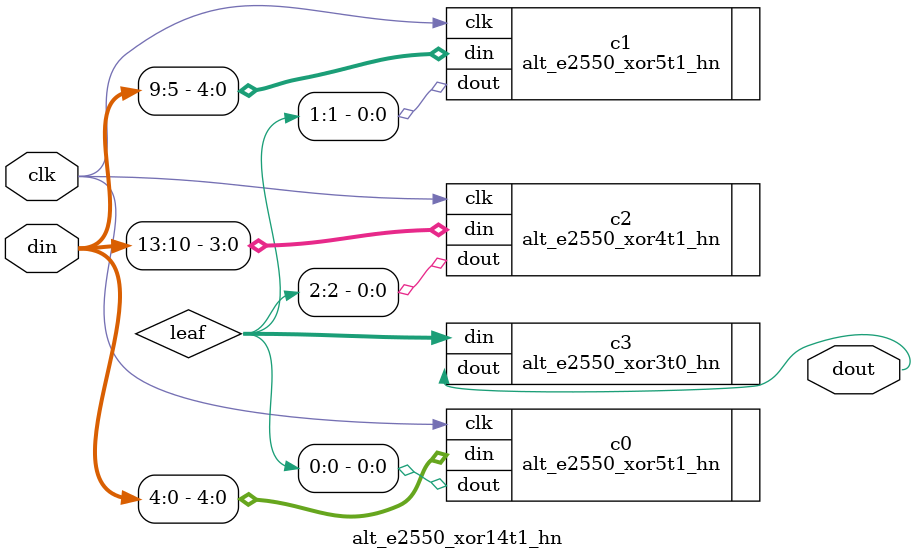
<source format=sv>


`timescale 1ps/1ps


module alt_e2550_xor14t1_hn #(
//    parameter SIM_EMULATE = 1'b0
) (
    input clk,
    input [13:0] din,
    output dout
);

wire [2:0] leaf;

alt_e2550_xor5t1_hn c0 (
    .clk(clk),
    .din(din[4:0]),
    .dout(leaf[0])
);
//defparam c0 .SIM_EMULATE = SIM_EMULATE;

alt_e2550_xor5t1_hn c1 (
    .clk(clk),
    .din(din[9:5]),
    .dout(leaf[1])
);
//defparam c1 .SIM_EMULATE = SIM_EMULATE;

alt_e2550_xor4t1_hn c2 (
    .clk(clk),
    .din(din[13:10]),
    .dout(leaf[2])
);
//defparam c2 .SIM_EMULATE = SIM_EMULATE;

alt_e2550_xor3t0_hn c3 (
    .din(leaf),
    .dout(dout)
);
//defparam c3 .SIM_EMULATE = SIM_EMULATE;

endmodule


</source>
